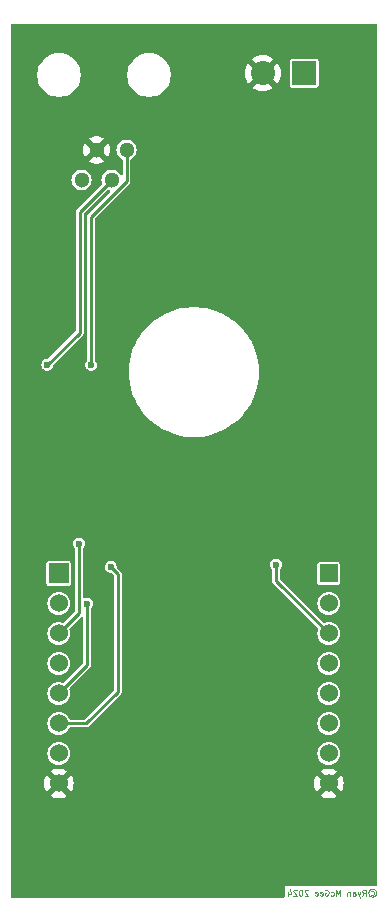
<source format=gbr>
%TF.GenerationSoftware,KiCad,Pcbnew,8.0.6*%
%TF.CreationDate,2024-10-28T22:07:04-04:00*%
%TF.ProjectId,VexQwiic,56657851-7769-4696-932e-6b696361645f,rev?*%
%TF.SameCoordinates,Original*%
%TF.FileFunction,Copper,L2,Bot*%
%TF.FilePolarity,Positive*%
%FSLAX46Y46*%
G04 Gerber Fmt 4.6, Leading zero omitted, Abs format (unit mm)*
G04 Created by KiCad (PCBNEW 8.0.6) date 2024-10-28 22:07:04*
%MOMM*%
%LPD*%
G01*
G04 APERTURE LIST*
%ADD10C,0.100000*%
%TA.AperFunction,NonConductor*%
%ADD11C,0.100000*%
%TD*%
%TA.AperFunction,ComponentPad*%
%ADD12C,1.300000*%
%TD*%
%TA.AperFunction,ComponentPad*%
%ADD13R,1.676400X1.676400*%
%TD*%
%TA.AperFunction,ComponentPad*%
%ADD14C,1.524000*%
%TD*%
%TA.AperFunction,ComponentPad*%
%ADD15R,1.524000X1.524000*%
%TD*%
%TA.AperFunction,ComponentPad*%
%ADD16R,2.032000X2.032000*%
%TD*%
%TA.AperFunction,ComponentPad*%
%ADD17C,2.032000*%
%TD*%
%TA.AperFunction,ViaPad*%
%ADD18C,0.600000*%
%TD*%
%TA.AperFunction,Conductor*%
%ADD19C,0.250000*%
%TD*%
G04 APERTURE END LIST*
D10*
D11*
X164510401Y-123952657D02*
X164558020Y-123928847D01*
X164558020Y-123928847D02*
X164653258Y-123928847D01*
X164653258Y-123928847D02*
X164700877Y-123952657D01*
X164700877Y-123952657D02*
X164748496Y-124000276D01*
X164748496Y-124000276D02*
X164772306Y-124047895D01*
X164772306Y-124047895D02*
X164772306Y-124143133D01*
X164772306Y-124143133D02*
X164748496Y-124190752D01*
X164748496Y-124190752D02*
X164700877Y-124238371D01*
X164700877Y-124238371D02*
X164653258Y-124262180D01*
X164653258Y-124262180D02*
X164558020Y-124262180D01*
X164558020Y-124262180D02*
X164510401Y-124238371D01*
X164605639Y-123762180D02*
X164724687Y-123785990D01*
X164724687Y-123785990D02*
X164843734Y-123857419D01*
X164843734Y-123857419D02*
X164915163Y-123976466D01*
X164915163Y-123976466D02*
X164938972Y-124095514D01*
X164938972Y-124095514D02*
X164915163Y-124214561D01*
X164915163Y-124214561D02*
X164843734Y-124333609D01*
X164843734Y-124333609D02*
X164724687Y-124405038D01*
X164724687Y-124405038D02*
X164605639Y-124428847D01*
X164605639Y-124428847D02*
X164486591Y-124405038D01*
X164486591Y-124405038D02*
X164367544Y-124333609D01*
X164367544Y-124333609D02*
X164296115Y-124214561D01*
X164296115Y-124214561D02*
X164272306Y-124095514D01*
X164272306Y-124095514D02*
X164296115Y-123976466D01*
X164296115Y-123976466D02*
X164367544Y-123857419D01*
X164367544Y-123857419D02*
X164486591Y-123785990D01*
X164486591Y-123785990D02*
X164605639Y-123762180D01*
X163772306Y-124333609D02*
X163938972Y-124095514D01*
X164058020Y-124333609D02*
X164058020Y-123833609D01*
X164058020Y-123833609D02*
X163867544Y-123833609D01*
X163867544Y-123833609D02*
X163819925Y-123857419D01*
X163819925Y-123857419D02*
X163796115Y-123881228D01*
X163796115Y-123881228D02*
X163772306Y-123928847D01*
X163772306Y-123928847D02*
X163772306Y-124000276D01*
X163772306Y-124000276D02*
X163796115Y-124047895D01*
X163796115Y-124047895D02*
X163819925Y-124071704D01*
X163819925Y-124071704D02*
X163867544Y-124095514D01*
X163867544Y-124095514D02*
X164058020Y-124095514D01*
X163605639Y-124000276D02*
X163486591Y-124333609D01*
X163367544Y-124000276D02*
X163486591Y-124333609D01*
X163486591Y-124333609D02*
X163534210Y-124452657D01*
X163534210Y-124452657D02*
X163558020Y-124476466D01*
X163558020Y-124476466D02*
X163605639Y-124500276D01*
X162962782Y-124333609D02*
X162962782Y-124071704D01*
X162962782Y-124071704D02*
X162986592Y-124024085D01*
X162986592Y-124024085D02*
X163034211Y-124000276D01*
X163034211Y-124000276D02*
X163129449Y-124000276D01*
X163129449Y-124000276D02*
X163177068Y-124024085D01*
X162962782Y-124309800D02*
X163010401Y-124333609D01*
X163010401Y-124333609D02*
X163129449Y-124333609D01*
X163129449Y-124333609D02*
X163177068Y-124309800D01*
X163177068Y-124309800D02*
X163200877Y-124262180D01*
X163200877Y-124262180D02*
X163200877Y-124214561D01*
X163200877Y-124214561D02*
X163177068Y-124166942D01*
X163177068Y-124166942D02*
X163129449Y-124143133D01*
X163129449Y-124143133D02*
X163010401Y-124143133D01*
X163010401Y-124143133D02*
X162962782Y-124119323D01*
X162724687Y-124000276D02*
X162724687Y-124333609D01*
X162724687Y-124047895D02*
X162700877Y-124024085D01*
X162700877Y-124024085D02*
X162653258Y-124000276D01*
X162653258Y-124000276D02*
X162581830Y-124000276D01*
X162581830Y-124000276D02*
X162534211Y-124024085D01*
X162534211Y-124024085D02*
X162510401Y-124071704D01*
X162510401Y-124071704D02*
X162510401Y-124333609D01*
X161891354Y-124333609D02*
X161891354Y-123833609D01*
X161891354Y-123833609D02*
X161724687Y-124190752D01*
X161724687Y-124190752D02*
X161558021Y-123833609D01*
X161558021Y-123833609D02*
X161558021Y-124333609D01*
X161105639Y-124309800D02*
X161153258Y-124333609D01*
X161153258Y-124333609D02*
X161248496Y-124333609D01*
X161248496Y-124333609D02*
X161296115Y-124309800D01*
X161296115Y-124309800D02*
X161319925Y-124285990D01*
X161319925Y-124285990D02*
X161343734Y-124238371D01*
X161343734Y-124238371D02*
X161343734Y-124095514D01*
X161343734Y-124095514D02*
X161319925Y-124047895D01*
X161319925Y-124047895D02*
X161296115Y-124024085D01*
X161296115Y-124024085D02*
X161248496Y-124000276D01*
X161248496Y-124000276D02*
X161153258Y-124000276D01*
X161153258Y-124000276D02*
X161105639Y-124024085D01*
X160629449Y-123857419D02*
X160677068Y-123833609D01*
X160677068Y-123833609D02*
X160748497Y-123833609D01*
X160748497Y-123833609D02*
X160819925Y-123857419D01*
X160819925Y-123857419D02*
X160867544Y-123905038D01*
X160867544Y-123905038D02*
X160891354Y-123952657D01*
X160891354Y-123952657D02*
X160915163Y-124047895D01*
X160915163Y-124047895D02*
X160915163Y-124119323D01*
X160915163Y-124119323D02*
X160891354Y-124214561D01*
X160891354Y-124214561D02*
X160867544Y-124262180D01*
X160867544Y-124262180D02*
X160819925Y-124309800D01*
X160819925Y-124309800D02*
X160748497Y-124333609D01*
X160748497Y-124333609D02*
X160700878Y-124333609D01*
X160700878Y-124333609D02*
X160629449Y-124309800D01*
X160629449Y-124309800D02*
X160605640Y-124285990D01*
X160605640Y-124285990D02*
X160605640Y-124119323D01*
X160605640Y-124119323D02*
X160700878Y-124119323D01*
X160200878Y-124309800D02*
X160248497Y-124333609D01*
X160248497Y-124333609D02*
X160343735Y-124333609D01*
X160343735Y-124333609D02*
X160391354Y-124309800D01*
X160391354Y-124309800D02*
X160415163Y-124262180D01*
X160415163Y-124262180D02*
X160415163Y-124071704D01*
X160415163Y-124071704D02*
X160391354Y-124024085D01*
X160391354Y-124024085D02*
X160343735Y-124000276D01*
X160343735Y-124000276D02*
X160248497Y-124000276D01*
X160248497Y-124000276D02*
X160200878Y-124024085D01*
X160200878Y-124024085D02*
X160177068Y-124071704D01*
X160177068Y-124071704D02*
X160177068Y-124119323D01*
X160177068Y-124119323D02*
X160415163Y-124166942D01*
X159772307Y-124309800D02*
X159819926Y-124333609D01*
X159819926Y-124333609D02*
X159915164Y-124333609D01*
X159915164Y-124333609D02*
X159962783Y-124309800D01*
X159962783Y-124309800D02*
X159986592Y-124262180D01*
X159986592Y-124262180D02*
X159986592Y-124071704D01*
X159986592Y-124071704D02*
X159962783Y-124024085D01*
X159962783Y-124024085D02*
X159915164Y-124000276D01*
X159915164Y-124000276D02*
X159819926Y-124000276D01*
X159819926Y-124000276D02*
X159772307Y-124024085D01*
X159772307Y-124024085D02*
X159748497Y-124071704D01*
X159748497Y-124071704D02*
X159748497Y-124119323D01*
X159748497Y-124119323D02*
X159986592Y-124166942D01*
X159177069Y-123881228D02*
X159153260Y-123857419D01*
X159153260Y-123857419D02*
X159105641Y-123833609D01*
X159105641Y-123833609D02*
X158986593Y-123833609D01*
X158986593Y-123833609D02*
X158938974Y-123857419D01*
X158938974Y-123857419D02*
X158915165Y-123881228D01*
X158915165Y-123881228D02*
X158891355Y-123928847D01*
X158891355Y-123928847D02*
X158891355Y-123976466D01*
X158891355Y-123976466D02*
X158915165Y-124047895D01*
X158915165Y-124047895D02*
X159200879Y-124333609D01*
X159200879Y-124333609D02*
X158891355Y-124333609D01*
X158581832Y-123833609D02*
X158534213Y-123833609D01*
X158534213Y-123833609D02*
X158486594Y-123857419D01*
X158486594Y-123857419D02*
X158462784Y-123881228D01*
X158462784Y-123881228D02*
X158438975Y-123928847D01*
X158438975Y-123928847D02*
X158415165Y-124024085D01*
X158415165Y-124024085D02*
X158415165Y-124143133D01*
X158415165Y-124143133D02*
X158438975Y-124238371D01*
X158438975Y-124238371D02*
X158462784Y-124285990D01*
X158462784Y-124285990D02*
X158486594Y-124309800D01*
X158486594Y-124309800D02*
X158534213Y-124333609D01*
X158534213Y-124333609D02*
X158581832Y-124333609D01*
X158581832Y-124333609D02*
X158629451Y-124309800D01*
X158629451Y-124309800D02*
X158653260Y-124285990D01*
X158653260Y-124285990D02*
X158677070Y-124238371D01*
X158677070Y-124238371D02*
X158700879Y-124143133D01*
X158700879Y-124143133D02*
X158700879Y-124024085D01*
X158700879Y-124024085D02*
X158677070Y-123928847D01*
X158677070Y-123928847D02*
X158653260Y-123881228D01*
X158653260Y-123881228D02*
X158629451Y-123857419D01*
X158629451Y-123857419D02*
X158581832Y-123833609D01*
X158224689Y-123881228D02*
X158200880Y-123857419D01*
X158200880Y-123857419D02*
X158153261Y-123833609D01*
X158153261Y-123833609D02*
X158034213Y-123833609D01*
X158034213Y-123833609D02*
X157986594Y-123857419D01*
X157986594Y-123857419D02*
X157962785Y-123881228D01*
X157962785Y-123881228D02*
X157938975Y-123928847D01*
X157938975Y-123928847D02*
X157938975Y-123976466D01*
X157938975Y-123976466D02*
X157962785Y-124047895D01*
X157962785Y-124047895D02*
X158248499Y-124333609D01*
X158248499Y-124333609D02*
X157938975Y-124333609D01*
X157510404Y-124000276D02*
X157510404Y-124333609D01*
X157629452Y-123809800D02*
X157748499Y-124166942D01*
X157748499Y-124166942D02*
X157438976Y-124166942D01*
D12*
%TO.P,CONN1,1,DA*%
%TO.N,/RJ9_DA*%
X143805000Y-61200000D03*
%TO.P,CONN1,2,DB*%
%TO.N,/RJ9_DB*%
X142535000Y-63740000D03*
%TO.P,CONN1,3,GND*%
%TO.N,GND*%
X141265000Y-61200000D03*
%TO.P,CONN1,4,+12V*%
%TO.N,+12V*%
X139995000Y-63740000D03*
%TD*%
D13*
%TO.P,CON1,P1,AN*%
%TO.N,/MKBUS_AN*%
X138065306Y-97058858D03*
D14*
%TO.P,CON1,P2,RST*%
%TO.N,/MKBUS_RST*%
X138065306Y-99598858D03*
%TO.P,CON1,P3,CS*%
%TO.N,/MKBUS_CS*%
X138065306Y-102138858D03*
%TO.P,CON1,P4,SCK*%
%TO.N,/MKBUS_SCK*%
X138065306Y-104678858D03*
%TO.P,CON1,P5,MISO*%
%TO.N,/MKBUS_MISO*%
X138065306Y-107218858D03*
%TO.P,CON1,P6,MOSI*%
%TO.N,/MKBUS_MOSI*%
X138065306Y-109758858D03*
%TO.P,CON1,P7,3V3*%
%TO.N,+3.3V*%
X138065306Y-112298858D03*
%TO.P,CON1,P8,GND1*%
%TO.N,GND*%
X138065306Y-114838858D03*
%TO.P,CON1,P9,GND2*%
X160925306Y-114838858D03*
%TO.P,CON1,P10,5V*%
%TO.N,+5V*%
X160925306Y-112298858D03*
%TO.P,CON1,P11,SDA*%
%TO.N,/MKBUS_SDA*%
X160925306Y-109758858D03*
%TO.P,CON1,P12,SCL*%
%TO.N,/MKBUS_SCL*%
X160925306Y-107218858D03*
%TO.P,CON1,P13,TX*%
%TO.N,/MKBUS_TX*%
X160925306Y-104678858D03*
%TO.P,CON1,P14,RX*%
%TO.N,/MKBUS_RX*%
X160925306Y-102138858D03*
%TO.P,CON1,P15,INT*%
%TO.N,/MKBUS_INT*%
X160925306Y-99598858D03*
D15*
%TO.P,CON1,P16,PWM*%
%TO.N,/MKBUS_PWM*%
X160925306Y-97058858D03*
%TD*%
D16*
%TO.P,J1,1,Pin_1*%
%TO.N,+5V*%
X158850000Y-54700000D03*
D17*
%TO.P,J1,2,Pin_2*%
%TO.N,GND*%
X155350000Y-54700000D03*
%TD*%
D18*
%TO.N,GND*%
X135950000Y-66550000D03*
X143754972Y-71000000D03*
X147000000Y-68175000D03*
X157200000Y-66800000D03*
X142000000Y-82100000D03*
X137488770Y-71160326D03*
%TO.N,/RJ9_DB*%
X137100000Y-79400000D03*
%TO.N,/RJ9_DA*%
X140800000Y-79400000D03*
%TO.N,/MKBUS_MISO*%
X140466228Y-99618000D03*
%TO.N,/MKBUS_CS*%
X139773689Y-94538000D03*
%TO.N,/MKBUS_MOSI*%
X142466228Y-96500000D03*
%TO.N,/MKBUS_RX*%
X156466228Y-96300000D03*
%TD*%
D19*
%TO.N,/RJ9_DB*%
X139841930Y-66433070D02*
X142535000Y-63740000D01*
X139841930Y-76658070D02*
X139841930Y-66433070D01*
X137100000Y-79400000D02*
X139841930Y-76658070D01*
%TO.N,/RJ9_DA*%
X140800000Y-79400000D02*
X140800000Y-66853859D01*
X140800000Y-66853859D02*
X143805000Y-63848859D01*
X143805000Y-63848859D02*
X143805000Y-61200000D01*
%TO.N,/MKBUS_MISO*%
X140466228Y-99618000D02*
X140466228Y-104817936D01*
X140466228Y-104817936D02*
X138065306Y-107218858D01*
%TO.N,/MKBUS_CS*%
X139766228Y-100437936D02*
X138065306Y-102138858D01*
X139773689Y-94538000D02*
X139766228Y-94545461D01*
X139766228Y-94545461D02*
X139766228Y-100437936D01*
%TO.N,/MKBUS_MOSI*%
X142466228Y-96500000D02*
X143066228Y-97100000D01*
X140407370Y-109758858D02*
X138065306Y-109758858D01*
X143066228Y-107100000D02*
X140407370Y-109758858D01*
X143066228Y-97100000D02*
X143066228Y-107100000D01*
%TO.N,/MKBUS_RX*%
X156466228Y-97679780D02*
X160925306Y-102138858D01*
X156466228Y-96300000D02*
X156466228Y-97679780D01*
%TD*%
%TA.AperFunction,Conductor*%
%TO.N,GND*%
G36*
X164942539Y-50520185D02*
G01*
X164988294Y-50572989D01*
X164999500Y-50624500D01*
X164999500Y-123379686D01*
X164979815Y-123446725D01*
X164927011Y-123492480D01*
X164875500Y-123503686D01*
X157183476Y-123503686D01*
X157183476Y-124375500D01*
X157163791Y-124442539D01*
X157110987Y-124488294D01*
X157059476Y-124499500D01*
X134124500Y-124499500D01*
X134057461Y-124479815D01*
X134011706Y-124427011D01*
X134000500Y-124375500D01*
X134000500Y-114838857D01*
X136798485Y-114838857D01*
X136798485Y-114838858D01*
X136817730Y-115058834D01*
X136817732Y-115058844D01*
X136874881Y-115272128D01*
X136874886Y-115272142D01*
X136968204Y-115472263D01*
X136968207Y-115472269D01*
X137013564Y-115537045D01*
X137013565Y-115537046D01*
X137627658Y-114922952D01*
X137651098Y-115010429D01*
X137709617Y-115111788D01*
X137792376Y-115194547D01*
X137893735Y-115253066D01*
X137981211Y-115276505D01*
X137367116Y-115890598D01*
X137431896Y-115935957D01*
X137431898Y-115935958D01*
X137632021Y-116029277D01*
X137632035Y-116029282D01*
X137845319Y-116086431D01*
X137845329Y-116086433D01*
X138065305Y-116105679D01*
X138065307Y-116105679D01*
X138285282Y-116086433D01*
X138285292Y-116086431D01*
X138498576Y-116029282D01*
X138498590Y-116029277D01*
X138698713Y-115935958D01*
X138698723Y-115935952D01*
X138763494Y-115890599D01*
X138149401Y-115276505D01*
X138236877Y-115253066D01*
X138338236Y-115194547D01*
X138420995Y-115111788D01*
X138479514Y-115010429D01*
X138502953Y-114922952D01*
X139117047Y-115537046D01*
X139162400Y-115472275D01*
X139162406Y-115472265D01*
X139255725Y-115272142D01*
X139255730Y-115272128D01*
X139312879Y-115058844D01*
X139312881Y-115058834D01*
X139332127Y-114838858D01*
X139332127Y-114838857D01*
X159658485Y-114838857D01*
X159658485Y-114838858D01*
X159677730Y-115058834D01*
X159677732Y-115058844D01*
X159734881Y-115272128D01*
X159734886Y-115272142D01*
X159828204Y-115472263D01*
X159828207Y-115472269D01*
X159873564Y-115537045D01*
X159873565Y-115537046D01*
X160487658Y-114922952D01*
X160511098Y-115010429D01*
X160569617Y-115111788D01*
X160652376Y-115194547D01*
X160753735Y-115253066D01*
X160841211Y-115276505D01*
X160227116Y-115890598D01*
X160291896Y-115935957D01*
X160291898Y-115935958D01*
X160492021Y-116029277D01*
X160492035Y-116029282D01*
X160705319Y-116086431D01*
X160705329Y-116086433D01*
X160925305Y-116105679D01*
X160925307Y-116105679D01*
X161145282Y-116086433D01*
X161145292Y-116086431D01*
X161358576Y-116029282D01*
X161358590Y-116029277D01*
X161558713Y-115935958D01*
X161558723Y-115935952D01*
X161623494Y-115890599D01*
X161009401Y-115276505D01*
X161096877Y-115253066D01*
X161198236Y-115194547D01*
X161280995Y-115111788D01*
X161339514Y-115010429D01*
X161362953Y-114922952D01*
X161977047Y-115537046D01*
X162022400Y-115472275D01*
X162022406Y-115472265D01*
X162115725Y-115272142D01*
X162115730Y-115272128D01*
X162172879Y-115058844D01*
X162172881Y-115058834D01*
X162192127Y-114838858D01*
X162192127Y-114838857D01*
X162172881Y-114618881D01*
X162172879Y-114618871D01*
X162115730Y-114405587D01*
X162115726Y-114405578D01*
X162022402Y-114205444D01*
X161977047Y-114140669D01*
X161977046Y-114140668D01*
X161362953Y-114754762D01*
X161339514Y-114667287D01*
X161280995Y-114565928D01*
X161198236Y-114483169D01*
X161096877Y-114424650D01*
X161009401Y-114401210D01*
X161623494Y-113787117D01*
X161623493Y-113787116D01*
X161558717Y-113741759D01*
X161558711Y-113741756D01*
X161358590Y-113648438D01*
X161358576Y-113648433D01*
X161145292Y-113591284D01*
X161145282Y-113591282D01*
X160925307Y-113572037D01*
X160925305Y-113572037D01*
X160705329Y-113591282D01*
X160705319Y-113591284D01*
X160492035Y-113648433D01*
X160492026Y-113648437D01*
X160291896Y-113741759D01*
X160227117Y-113787116D01*
X160841211Y-114401210D01*
X160753735Y-114424650D01*
X160652376Y-114483169D01*
X160569617Y-114565928D01*
X160511098Y-114667287D01*
X160487658Y-114754762D01*
X159873564Y-114140669D01*
X159828207Y-114205448D01*
X159734885Y-114405578D01*
X159734881Y-114405587D01*
X159677732Y-114618871D01*
X159677730Y-114618881D01*
X159658485Y-114838857D01*
X139332127Y-114838857D01*
X139312881Y-114618881D01*
X139312879Y-114618871D01*
X139255730Y-114405587D01*
X139255726Y-114405578D01*
X139162402Y-114205444D01*
X139117047Y-114140669D01*
X139117046Y-114140668D01*
X138502953Y-114754762D01*
X138479514Y-114667287D01*
X138420995Y-114565928D01*
X138338236Y-114483169D01*
X138236877Y-114424650D01*
X138149401Y-114401210D01*
X138763494Y-113787117D01*
X138763493Y-113787116D01*
X138698717Y-113741759D01*
X138698711Y-113741756D01*
X138498590Y-113648438D01*
X138498576Y-113648433D01*
X138285292Y-113591284D01*
X138285282Y-113591282D01*
X138065307Y-113572037D01*
X138065305Y-113572037D01*
X137845329Y-113591282D01*
X137845319Y-113591284D01*
X137632035Y-113648433D01*
X137632026Y-113648437D01*
X137431896Y-113741759D01*
X137367117Y-113787116D01*
X137981211Y-114401210D01*
X137893735Y-114424650D01*
X137792376Y-114483169D01*
X137709617Y-114565928D01*
X137651098Y-114667287D01*
X137627658Y-114754763D01*
X137013564Y-114140669D01*
X136968207Y-114205448D01*
X136874885Y-114405578D01*
X136874881Y-114405587D01*
X136817732Y-114618871D01*
X136817730Y-114618881D01*
X136798485Y-114838857D01*
X134000500Y-114838857D01*
X134000500Y-112298858D01*
X137098149Y-112298858D01*
X137116732Y-112487539D01*
X137116733Y-112487541D01*
X137171769Y-112668973D01*
X137171770Y-112668976D01*
X137171771Y-112668977D01*
X137171772Y-112668980D01*
X137261140Y-112836176D01*
X137261144Y-112836183D01*
X137381422Y-112982741D01*
X137527980Y-113103019D01*
X137527987Y-113103023D01*
X137695183Y-113192391D01*
X137695184Y-113192391D01*
X137695191Y-113192395D01*
X137876623Y-113247431D01*
X137876622Y-113247431D01*
X137893539Y-113249097D01*
X138065306Y-113266015D01*
X138253989Y-113247431D01*
X138435421Y-113192395D01*
X138602630Y-113103020D01*
X138749189Y-112982741D01*
X138869468Y-112836182D01*
X138958843Y-112668973D01*
X139013879Y-112487541D01*
X139032463Y-112298858D01*
X159958149Y-112298858D01*
X159976732Y-112487539D01*
X159976733Y-112487541D01*
X160031769Y-112668973D01*
X160031770Y-112668976D01*
X160031771Y-112668977D01*
X160031772Y-112668980D01*
X160121140Y-112836176D01*
X160121144Y-112836183D01*
X160241422Y-112982741D01*
X160387980Y-113103019D01*
X160387987Y-113103023D01*
X160555183Y-113192391D01*
X160555184Y-113192391D01*
X160555191Y-113192395D01*
X160736623Y-113247431D01*
X160736622Y-113247431D01*
X160753539Y-113249097D01*
X160925306Y-113266015D01*
X161113989Y-113247431D01*
X161295421Y-113192395D01*
X161462630Y-113103020D01*
X161609189Y-112982741D01*
X161729468Y-112836182D01*
X161818843Y-112668973D01*
X161873879Y-112487541D01*
X161892463Y-112298858D01*
X161873879Y-112110175D01*
X161818843Y-111928743D01*
X161729468Y-111761534D01*
X161729467Y-111761532D01*
X161609189Y-111614974D01*
X161462631Y-111494696D01*
X161462624Y-111494692D01*
X161295428Y-111405324D01*
X161295425Y-111405323D01*
X161295424Y-111405322D01*
X161295421Y-111405321D01*
X161113989Y-111350285D01*
X161113987Y-111350284D01*
X161113989Y-111350284D01*
X160925306Y-111331701D01*
X160736624Y-111350284D01*
X160629500Y-111382779D01*
X160555191Y-111405321D01*
X160555188Y-111405322D01*
X160555186Y-111405323D01*
X160555183Y-111405324D01*
X160387987Y-111494692D01*
X160387980Y-111494696D01*
X160241422Y-111614974D01*
X160121144Y-111761532D01*
X160121140Y-111761539D01*
X160031772Y-111928735D01*
X160031771Y-111928738D01*
X159976732Y-112110176D01*
X159958149Y-112298858D01*
X139032463Y-112298858D01*
X139013879Y-112110175D01*
X138958843Y-111928743D01*
X138869468Y-111761534D01*
X138869467Y-111761532D01*
X138749189Y-111614974D01*
X138602631Y-111494696D01*
X138602624Y-111494692D01*
X138435428Y-111405324D01*
X138435425Y-111405323D01*
X138435424Y-111405322D01*
X138435421Y-111405321D01*
X138253989Y-111350285D01*
X138253987Y-111350284D01*
X138253989Y-111350284D01*
X138065306Y-111331701D01*
X137876624Y-111350284D01*
X137769500Y-111382779D01*
X137695191Y-111405321D01*
X137695188Y-111405322D01*
X137695186Y-111405323D01*
X137695183Y-111405324D01*
X137527987Y-111494692D01*
X137527980Y-111494696D01*
X137381422Y-111614974D01*
X137261144Y-111761532D01*
X137261140Y-111761539D01*
X137171772Y-111928735D01*
X137171771Y-111928738D01*
X137116732Y-112110176D01*
X137098149Y-112298858D01*
X134000500Y-112298858D01*
X134000500Y-109758858D01*
X137098149Y-109758858D01*
X137116732Y-109947539D01*
X137116733Y-109947541D01*
X137171769Y-110128973D01*
X137171770Y-110128976D01*
X137171771Y-110128977D01*
X137171772Y-110128980D01*
X137261140Y-110296176D01*
X137261144Y-110296183D01*
X137381422Y-110442741D01*
X137527980Y-110563019D01*
X137527987Y-110563023D01*
X137695183Y-110652391D01*
X137695184Y-110652391D01*
X137695191Y-110652395D01*
X137876623Y-110707431D01*
X137876622Y-110707431D01*
X137893539Y-110709097D01*
X138065306Y-110726015D01*
X138253989Y-110707431D01*
X138435421Y-110652395D01*
X138602630Y-110563020D01*
X138749189Y-110442741D01*
X138869468Y-110296182D01*
X138947655Y-110149905D01*
X138996617Y-110100061D01*
X139057013Y-110084358D01*
X140450221Y-110084358D01*
X140450223Y-110084358D01*
X140533009Y-110062176D01*
X140607232Y-110019323D01*
X140867697Y-109758858D01*
X159958149Y-109758858D01*
X159976732Y-109947539D01*
X159976733Y-109947541D01*
X160031769Y-110128973D01*
X160031770Y-110128976D01*
X160031771Y-110128977D01*
X160031772Y-110128980D01*
X160121140Y-110296176D01*
X160121144Y-110296183D01*
X160241422Y-110442741D01*
X160387980Y-110563019D01*
X160387987Y-110563023D01*
X160555183Y-110652391D01*
X160555184Y-110652391D01*
X160555191Y-110652395D01*
X160736623Y-110707431D01*
X160736622Y-110707431D01*
X160753539Y-110709097D01*
X160925306Y-110726015D01*
X161113989Y-110707431D01*
X161295421Y-110652395D01*
X161462630Y-110563020D01*
X161609189Y-110442741D01*
X161729468Y-110296182D01*
X161818843Y-110128973D01*
X161873879Y-109947541D01*
X161892463Y-109758858D01*
X161873879Y-109570175D01*
X161818843Y-109388743D01*
X161729468Y-109221534D01*
X161729467Y-109221532D01*
X161609189Y-109074974D01*
X161462631Y-108954696D01*
X161462624Y-108954692D01*
X161295428Y-108865324D01*
X161295425Y-108865323D01*
X161295424Y-108865322D01*
X161295421Y-108865321D01*
X161113989Y-108810285D01*
X161113987Y-108810284D01*
X161113989Y-108810284D01*
X160925306Y-108791701D01*
X160736624Y-108810284D01*
X160629500Y-108842779D01*
X160555191Y-108865321D01*
X160555188Y-108865322D01*
X160555186Y-108865323D01*
X160555183Y-108865324D01*
X160387987Y-108954692D01*
X160387980Y-108954696D01*
X160241422Y-109074974D01*
X160121144Y-109221532D01*
X160121140Y-109221539D01*
X160031772Y-109388735D01*
X160031771Y-109388738D01*
X160031770Y-109388740D01*
X160031769Y-109388743D01*
X160009227Y-109463052D01*
X159976732Y-109570176D01*
X159958149Y-109758858D01*
X140867697Y-109758858D01*
X143326693Y-107299862D01*
X143369546Y-107225639D01*
X143371363Y-107218858D01*
X159958149Y-107218858D01*
X159976732Y-107407539D01*
X159976733Y-107407541D01*
X160031769Y-107588973D01*
X160031770Y-107588976D01*
X160031771Y-107588977D01*
X160031772Y-107588980D01*
X160121140Y-107756176D01*
X160121144Y-107756183D01*
X160241422Y-107902741D01*
X160387980Y-108023019D01*
X160387987Y-108023023D01*
X160555183Y-108112391D01*
X160555184Y-108112391D01*
X160555191Y-108112395D01*
X160736623Y-108167431D01*
X160736622Y-108167431D01*
X160753539Y-108169097D01*
X160925306Y-108186015D01*
X161113989Y-108167431D01*
X161295421Y-108112395D01*
X161462630Y-108023020D01*
X161609189Y-107902741D01*
X161729468Y-107756182D01*
X161818843Y-107588973D01*
X161873879Y-107407541D01*
X161892463Y-107218858D01*
X161873879Y-107030175D01*
X161818843Y-106848743D01*
X161729468Y-106681534D01*
X161729467Y-106681532D01*
X161609189Y-106534974D01*
X161462631Y-106414696D01*
X161462624Y-106414692D01*
X161295428Y-106325324D01*
X161295425Y-106325323D01*
X161295424Y-106325322D01*
X161295421Y-106325321D01*
X161113989Y-106270285D01*
X161113987Y-106270284D01*
X161113989Y-106270284D01*
X160925306Y-106251701D01*
X160736624Y-106270284D01*
X160629500Y-106302779D01*
X160555191Y-106325321D01*
X160555188Y-106325322D01*
X160555186Y-106325323D01*
X160555183Y-106325324D01*
X160387987Y-106414692D01*
X160387980Y-106414696D01*
X160241422Y-106534974D01*
X160121144Y-106681532D01*
X160121140Y-106681539D01*
X160031772Y-106848735D01*
X160031771Y-106848738D01*
X160031770Y-106848740D01*
X160031769Y-106848743D01*
X160012031Y-106913811D01*
X159976732Y-107030176D01*
X159958149Y-107218858D01*
X143371363Y-107218858D01*
X143391728Y-107142853D01*
X143391728Y-107057147D01*
X143391728Y-104678858D01*
X159958149Y-104678858D01*
X159976732Y-104867539D01*
X159976733Y-104867541D01*
X160031769Y-105048973D01*
X160031770Y-105048976D01*
X160031771Y-105048977D01*
X160031772Y-105048980D01*
X160121140Y-105216176D01*
X160121144Y-105216183D01*
X160241422Y-105362741D01*
X160387980Y-105483019D01*
X160387987Y-105483023D01*
X160555183Y-105572391D01*
X160555184Y-105572391D01*
X160555191Y-105572395D01*
X160736623Y-105627431D01*
X160736622Y-105627431D01*
X160753539Y-105629097D01*
X160925306Y-105646015D01*
X161113989Y-105627431D01*
X161295421Y-105572395D01*
X161462630Y-105483020D01*
X161609189Y-105362741D01*
X161729468Y-105216182D01*
X161818843Y-105048973D01*
X161873879Y-104867541D01*
X161892463Y-104678858D01*
X161873879Y-104490175D01*
X161818843Y-104308743D01*
X161729468Y-104141534D01*
X161729467Y-104141532D01*
X161609189Y-103994974D01*
X161462631Y-103874696D01*
X161462624Y-103874692D01*
X161295428Y-103785324D01*
X161295425Y-103785323D01*
X161295424Y-103785322D01*
X161295421Y-103785321D01*
X161113989Y-103730285D01*
X161113987Y-103730284D01*
X161113989Y-103730284D01*
X160925306Y-103711701D01*
X160736624Y-103730284D01*
X160629500Y-103762779D01*
X160555191Y-103785321D01*
X160555188Y-103785322D01*
X160555186Y-103785323D01*
X160555183Y-103785324D01*
X160387987Y-103874692D01*
X160387980Y-103874696D01*
X160241422Y-103994974D01*
X160121144Y-104141532D01*
X160121140Y-104141539D01*
X160031772Y-104308735D01*
X160031771Y-104308738D01*
X159976732Y-104490176D01*
X159958149Y-104678858D01*
X143391728Y-104678858D01*
X143391728Y-97057147D01*
X143369546Y-96974362D01*
X143369546Y-96974361D01*
X143326693Y-96900138D01*
X143008194Y-96581639D01*
X142974709Y-96520316D01*
X142973463Y-96508732D01*
X142973137Y-96508779D01*
X142963601Y-96442456D01*
X142951393Y-96357543D01*
X142925114Y-96300000D01*
X155960581Y-96300000D01*
X155981062Y-96442456D01*
X156016620Y-96520316D01*
X156040851Y-96573373D01*
X156110441Y-96653685D01*
X156139466Y-96717240D01*
X156140728Y-96734887D01*
X156140728Y-97722632D01*
X156162910Y-97805420D01*
X156183225Y-97840606D01*
X156205763Y-97879642D01*
X156205765Y-97879644D01*
X159993899Y-101667778D01*
X160027384Y-101729101D01*
X160024879Y-101791453D01*
X159976732Y-101950175D01*
X159958149Y-102138858D01*
X159976732Y-102327539D01*
X159976733Y-102327541D01*
X160031769Y-102508973D01*
X160031770Y-102508976D01*
X160031771Y-102508977D01*
X160031772Y-102508980D01*
X160121140Y-102676176D01*
X160121144Y-102676183D01*
X160241422Y-102822741D01*
X160387980Y-102943019D01*
X160387987Y-102943023D01*
X160555183Y-103032391D01*
X160555184Y-103032391D01*
X160555191Y-103032395D01*
X160736623Y-103087431D01*
X160736622Y-103087431D01*
X160753539Y-103089097D01*
X160925306Y-103106015D01*
X161113989Y-103087431D01*
X161295421Y-103032395D01*
X161462630Y-102943020D01*
X161609189Y-102822741D01*
X161729468Y-102676182D01*
X161818843Y-102508973D01*
X161873879Y-102327541D01*
X161892463Y-102138858D01*
X161873879Y-101950175D01*
X161818843Y-101768743D01*
X161729468Y-101601534D01*
X161729467Y-101601532D01*
X161609189Y-101454974D01*
X161462631Y-101334696D01*
X161462624Y-101334692D01*
X161295428Y-101245324D01*
X161295425Y-101245323D01*
X161295424Y-101245322D01*
X161295421Y-101245321D01*
X161113989Y-101190285D01*
X161113987Y-101190284D01*
X161113989Y-101190284D01*
X160925306Y-101171701D01*
X160736623Y-101190284D01*
X160577901Y-101238431D01*
X160508034Y-101239054D01*
X160454226Y-101207451D01*
X158845633Y-99598858D01*
X159958149Y-99598858D01*
X159976732Y-99787539D01*
X159976733Y-99787541D01*
X160031769Y-99968973D01*
X160031770Y-99968976D01*
X160031771Y-99968977D01*
X160031772Y-99968980D01*
X160121140Y-100136176D01*
X160121144Y-100136183D01*
X160241422Y-100282741D01*
X160387980Y-100403019D01*
X160387987Y-100403023D01*
X160555183Y-100492391D01*
X160555184Y-100492391D01*
X160555191Y-100492395D01*
X160736623Y-100547431D01*
X160736622Y-100547431D01*
X160753539Y-100549097D01*
X160925306Y-100566015D01*
X161113989Y-100547431D01*
X161295421Y-100492395D01*
X161462630Y-100403020D01*
X161609189Y-100282741D01*
X161729468Y-100136182D01*
X161818843Y-99968973D01*
X161873879Y-99787541D01*
X161892463Y-99598858D01*
X161873879Y-99410175D01*
X161818843Y-99228743D01*
X161781920Y-99159665D01*
X161729471Y-99061539D01*
X161729467Y-99061532D01*
X161609189Y-98914974D01*
X161462631Y-98794696D01*
X161462624Y-98794692D01*
X161295428Y-98705324D01*
X161295425Y-98705323D01*
X161295424Y-98705322D01*
X161295421Y-98705321D01*
X161113989Y-98650285D01*
X161113987Y-98650284D01*
X161113989Y-98650284D01*
X160925306Y-98631701D01*
X160736624Y-98650284D01*
X160629500Y-98682779D01*
X160555191Y-98705321D01*
X160555188Y-98705322D01*
X160555186Y-98705323D01*
X160555183Y-98705324D01*
X160387987Y-98794692D01*
X160387980Y-98794696D01*
X160241422Y-98914974D01*
X160121144Y-99061532D01*
X160121140Y-99061539D01*
X160031772Y-99228735D01*
X160031771Y-99228738D01*
X160031770Y-99228740D01*
X160031769Y-99228743D01*
X160029611Y-99235857D01*
X159976732Y-99410176D01*
X159958149Y-99598858D01*
X158845633Y-99598858D01*
X156828047Y-97581272D01*
X156794562Y-97519949D01*
X156791728Y-97493591D01*
X156791728Y-96734887D01*
X156811413Y-96667848D01*
X156822010Y-96653689D01*
X156891605Y-96573373D01*
X156951393Y-96442457D01*
X156971875Y-96300000D01*
X156968583Y-96277105D01*
X159962806Y-96277105D01*
X159962806Y-97840610D01*
X159974437Y-97899087D01*
X159974438Y-97899088D01*
X160018753Y-97965410D01*
X160085075Y-98009725D01*
X160085076Y-98009726D01*
X160143553Y-98021357D01*
X160143556Y-98021358D01*
X160143558Y-98021358D01*
X161707056Y-98021358D01*
X161707057Y-98021357D01*
X161721874Y-98018410D01*
X161765535Y-98009726D01*
X161765535Y-98009725D01*
X161765537Y-98009725D01*
X161831858Y-97965410D01*
X161876173Y-97899089D01*
X161876173Y-97899087D01*
X161876174Y-97899087D01*
X161887805Y-97840610D01*
X161887806Y-97840608D01*
X161887806Y-96277107D01*
X161887805Y-96277105D01*
X161876174Y-96218628D01*
X161876173Y-96218627D01*
X161831858Y-96152305D01*
X161765536Y-96107990D01*
X161765535Y-96107989D01*
X161707058Y-96096358D01*
X161707054Y-96096358D01*
X160143558Y-96096358D01*
X160143553Y-96096358D01*
X160085076Y-96107989D01*
X160085075Y-96107990D01*
X160018753Y-96152305D01*
X159974438Y-96218627D01*
X159974437Y-96218628D01*
X159962806Y-96277105D01*
X156968583Y-96277105D01*
X156951393Y-96157543D01*
X156891605Y-96026627D01*
X156797356Y-95917857D01*
X156676281Y-95840047D01*
X156676279Y-95840046D01*
X156676277Y-95840045D01*
X156676278Y-95840045D01*
X156538191Y-95799500D01*
X156538189Y-95799500D01*
X156394267Y-95799500D01*
X156394264Y-95799500D01*
X156256177Y-95840045D01*
X156135101Y-95917856D01*
X156040851Y-96026626D01*
X156040850Y-96026628D01*
X155981062Y-96157543D01*
X155960581Y-96300000D01*
X142925114Y-96300000D01*
X142891605Y-96226627D01*
X142797356Y-96117857D01*
X142676281Y-96040047D01*
X142676279Y-96040046D01*
X142676277Y-96040045D01*
X142676278Y-96040045D01*
X142538191Y-95999500D01*
X142538189Y-95999500D01*
X142394267Y-95999500D01*
X142394264Y-95999500D01*
X142256177Y-96040045D01*
X142135101Y-96117856D01*
X142040851Y-96226626D01*
X142040850Y-96226628D01*
X141981062Y-96357543D01*
X141960581Y-96500000D01*
X141981062Y-96642456D01*
X142023275Y-96734887D01*
X142040851Y-96773373D01*
X142135100Y-96882143D01*
X142256175Y-96959953D01*
X142256178Y-96959954D01*
X142256177Y-96959954D01*
X142394264Y-97000499D01*
X142394266Y-97000500D01*
X142394267Y-97000500D01*
X142455039Y-97000500D01*
X142522078Y-97020185D01*
X142542720Y-97036819D01*
X142704409Y-97198508D01*
X142737894Y-97259831D01*
X142740728Y-97286189D01*
X142740728Y-106913811D01*
X142721043Y-106980850D01*
X142704409Y-107001492D01*
X140308862Y-109397039D01*
X140247539Y-109430524D01*
X140221181Y-109433358D01*
X139057013Y-109433358D01*
X138989974Y-109413673D01*
X138947655Y-109367811D01*
X138869471Y-109221539D01*
X138869467Y-109221532D01*
X138749189Y-109074974D01*
X138602631Y-108954696D01*
X138602624Y-108954692D01*
X138435428Y-108865324D01*
X138435425Y-108865323D01*
X138435424Y-108865322D01*
X138435421Y-108865321D01*
X138253989Y-108810285D01*
X138253987Y-108810284D01*
X138253989Y-108810284D01*
X138065306Y-108791701D01*
X137876624Y-108810284D01*
X137769500Y-108842779D01*
X137695191Y-108865321D01*
X137695188Y-108865322D01*
X137695186Y-108865323D01*
X137695183Y-108865324D01*
X137527987Y-108954692D01*
X137527980Y-108954696D01*
X137381422Y-109074974D01*
X137261144Y-109221532D01*
X137261140Y-109221539D01*
X137171772Y-109388735D01*
X137171771Y-109388738D01*
X137171770Y-109388740D01*
X137171769Y-109388743D01*
X137149227Y-109463052D01*
X137116732Y-109570176D01*
X137098149Y-109758858D01*
X134000500Y-109758858D01*
X134000500Y-104678858D01*
X137098149Y-104678858D01*
X137116732Y-104867539D01*
X137116733Y-104867541D01*
X137171769Y-105048973D01*
X137171770Y-105048976D01*
X137171771Y-105048977D01*
X137171772Y-105048980D01*
X137261140Y-105216176D01*
X137261144Y-105216183D01*
X137381422Y-105362741D01*
X137527980Y-105483019D01*
X137527987Y-105483023D01*
X137695183Y-105572391D01*
X137695184Y-105572391D01*
X137695191Y-105572395D01*
X137876623Y-105627431D01*
X137876622Y-105627431D01*
X137893539Y-105629097D01*
X138065306Y-105646015D01*
X138253989Y-105627431D01*
X138435421Y-105572395D01*
X138602630Y-105483020D01*
X138749189Y-105362741D01*
X138869468Y-105216182D01*
X138958843Y-105048973D01*
X139013879Y-104867541D01*
X139032463Y-104678858D01*
X139013879Y-104490175D01*
X138958843Y-104308743D01*
X138869468Y-104141534D01*
X138869467Y-104141532D01*
X138749189Y-103994974D01*
X138602631Y-103874696D01*
X138602624Y-103874692D01*
X138435428Y-103785324D01*
X138435425Y-103785323D01*
X138435424Y-103785322D01*
X138435421Y-103785321D01*
X138253989Y-103730285D01*
X138253987Y-103730284D01*
X138253989Y-103730284D01*
X138065306Y-103711701D01*
X137876624Y-103730284D01*
X137769500Y-103762779D01*
X137695191Y-103785321D01*
X137695188Y-103785322D01*
X137695186Y-103785323D01*
X137695183Y-103785324D01*
X137527987Y-103874692D01*
X137527980Y-103874696D01*
X137381422Y-103994974D01*
X137261144Y-104141532D01*
X137261140Y-104141539D01*
X137171772Y-104308735D01*
X137171771Y-104308738D01*
X137116732Y-104490176D01*
X137098149Y-104678858D01*
X134000500Y-104678858D01*
X134000500Y-102138858D01*
X137098149Y-102138858D01*
X137116732Y-102327539D01*
X137116733Y-102327541D01*
X137171769Y-102508973D01*
X137171770Y-102508976D01*
X137171771Y-102508977D01*
X137171772Y-102508980D01*
X137261140Y-102676176D01*
X137261144Y-102676183D01*
X137381422Y-102822741D01*
X137527980Y-102943019D01*
X137527987Y-102943023D01*
X137695183Y-103032391D01*
X137695184Y-103032391D01*
X137695191Y-103032395D01*
X137876623Y-103087431D01*
X137876622Y-103087431D01*
X137893539Y-103089097D01*
X138065306Y-103106015D01*
X138253989Y-103087431D01*
X138435421Y-103032395D01*
X138602630Y-102943020D01*
X138749189Y-102822741D01*
X138869468Y-102676182D01*
X138958843Y-102508973D01*
X139013879Y-102327541D01*
X139032463Y-102138858D01*
X139013879Y-101950175D01*
X138965730Y-101791449D01*
X138965108Y-101721588D01*
X138996709Y-101667780D01*
X139929049Y-100735441D01*
X139990370Y-100701958D01*
X140060062Y-100706942D01*
X140115995Y-100748814D01*
X140140412Y-100814278D01*
X140140728Y-100823124D01*
X140140728Y-104631746D01*
X140121043Y-104698785D01*
X140104409Y-104719427D01*
X138536384Y-106287451D01*
X138475061Y-106320936D01*
X138412708Y-106318431D01*
X138338708Y-106295983D01*
X138253989Y-106270285D01*
X138253987Y-106270284D01*
X138253989Y-106270284D01*
X138065306Y-106251701D01*
X137876624Y-106270284D01*
X137769500Y-106302779D01*
X137695191Y-106325321D01*
X137695188Y-106325322D01*
X137695186Y-106325323D01*
X137695183Y-106325324D01*
X137527987Y-106414692D01*
X137527980Y-106414696D01*
X137381422Y-106534974D01*
X137261144Y-106681532D01*
X137261140Y-106681539D01*
X137171772Y-106848735D01*
X137171771Y-106848738D01*
X137171770Y-106848740D01*
X137171769Y-106848743D01*
X137152031Y-106913811D01*
X137116732Y-107030176D01*
X137098149Y-107218858D01*
X137116732Y-107407539D01*
X137116733Y-107407541D01*
X137171769Y-107588973D01*
X137171770Y-107588976D01*
X137171771Y-107588977D01*
X137171772Y-107588980D01*
X137261140Y-107756176D01*
X137261144Y-107756183D01*
X137381422Y-107902741D01*
X137527980Y-108023019D01*
X137527987Y-108023023D01*
X137695183Y-108112391D01*
X137695184Y-108112391D01*
X137695191Y-108112395D01*
X137876623Y-108167431D01*
X137876622Y-108167431D01*
X137893539Y-108169097D01*
X138065306Y-108186015D01*
X138253989Y-108167431D01*
X138435421Y-108112395D01*
X138602630Y-108023020D01*
X138749189Y-107902741D01*
X138869468Y-107756182D01*
X138958843Y-107588973D01*
X139013879Y-107407541D01*
X139032463Y-107218858D01*
X139013879Y-107030175D01*
X138965730Y-106871449D01*
X138965108Y-106801588D01*
X138996709Y-106747780D01*
X140726693Y-105017798D01*
X140769545Y-104943575D01*
X140769546Y-104943574D01*
X140791728Y-104860789D01*
X140791728Y-100052887D01*
X140811413Y-99985848D01*
X140822010Y-99971689D01*
X140891605Y-99891373D01*
X140951393Y-99760457D01*
X140971875Y-99618000D01*
X140951393Y-99475543D01*
X140891605Y-99344627D01*
X140797356Y-99235857D01*
X140676281Y-99158047D01*
X140676279Y-99158046D01*
X140676277Y-99158045D01*
X140676278Y-99158045D01*
X140538191Y-99117500D01*
X140538189Y-99117500D01*
X140394267Y-99117500D01*
X140394264Y-99117500D01*
X140250662Y-99159665D01*
X140180793Y-99159665D01*
X140122015Y-99121890D01*
X140092990Y-99058335D01*
X140091728Y-99040688D01*
X140091728Y-94981498D01*
X140111413Y-94914459D01*
X140122015Y-94900296D01*
X140199063Y-94811377D01*
X140199063Y-94811375D01*
X140199066Y-94811373D01*
X140258854Y-94680457D01*
X140279336Y-94538000D01*
X140258854Y-94395543D01*
X140199066Y-94264627D01*
X140104817Y-94155857D01*
X139983742Y-94078047D01*
X139983740Y-94078046D01*
X139983738Y-94078045D01*
X139983739Y-94078045D01*
X139845652Y-94037500D01*
X139845650Y-94037500D01*
X139701728Y-94037500D01*
X139701725Y-94037500D01*
X139563638Y-94078045D01*
X139442562Y-94155856D01*
X139348312Y-94264626D01*
X139348311Y-94264628D01*
X139288523Y-94395543D01*
X139268042Y-94538000D01*
X139288523Y-94680456D01*
X139348311Y-94811371D01*
X139348312Y-94811373D01*
X139410441Y-94883074D01*
X139439466Y-94946629D01*
X139440728Y-94964276D01*
X139440728Y-100251746D01*
X139421043Y-100318785D01*
X139404409Y-100339427D01*
X138536384Y-101207451D01*
X138475061Y-101240936D01*
X138412708Y-101238431D01*
X138338708Y-101215983D01*
X138253989Y-101190285D01*
X138253987Y-101190284D01*
X138253989Y-101190284D01*
X138065306Y-101171701D01*
X137876624Y-101190284D01*
X137769500Y-101222779D01*
X137695191Y-101245321D01*
X137695188Y-101245322D01*
X137695186Y-101245323D01*
X137695183Y-101245324D01*
X137527987Y-101334692D01*
X137527980Y-101334696D01*
X137381422Y-101454974D01*
X137261144Y-101601532D01*
X137261140Y-101601539D01*
X137171772Y-101768735D01*
X137171771Y-101768738D01*
X137171770Y-101768740D01*
X137171769Y-101768743D01*
X137149227Y-101843052D01*
X137116732Y-101950176D01*
X137098149Y-102138858D01*
X134000500Y-102138858D01*
X134000500Y-99598858D01*
X137098149Y-99598858D01*
X137116732Y-99787539D01*
X137116733Y-99787541D01*
X137171769Y-99968973D01*
X137171770Y-99968976D01*
X137171771Y-99968977D01*
X137171772Y-99968980D01*
X137261140Y-100136176D01*
X137261144Y-100136183D01*
X137381422Y-100282741D01*
X137527980Y-100403019D01*
X137527987Y-100403023D01*
X137695183Y-100492391D01*
X137695184Y-100492391D01*
X137695191Y-100492395D01*
X137876623Y-100547431D01*
X137876622Y-100547431D01*
X137893539Y-100549097D01*
X138065306Y-100566015D01*
X138253989Y-100547431D01*
X138435421Y-100492395D01*
X138602630Y-100403020D01*
X138749189Y-100282741D01*
X138869468Y-100136182D01*
X138958843Y-99968973D01*
X139013879Y-99787541D01*
X139032463Y-99598858D01*
X139013879Y-99410175D01*
X138958843Y-99228743D01*
X138921920Y-99159665D01*
X138869471Y-99061539D01*
X138869467Y-99061532D01*
X138749189Y-98914974D01*
X138602631Y-98794696D01*
X138602624Y-98794692D01*
X138435428Y-98705324D01*
X138435425Y-98705323D01*
X138435424Y-98705322D01*
X138435421Y-98705321D01*
X138253989Y-98650285D01*
X138253987Y-98650284D01*
X138253989Y-98650284D01*
X138065306Y-98631701D01*
X137876624Y-98650284D01*
X137769500Y-98682779D01*
X137695191Y-98705321D01*
X137695188Y-98705322D01*
X137695186Y-98705323D01*
X137695183Y-98705324D01*
X137527987Y-98794692D01*
X137527980Y-98794696D01*
X137381422Y-98914974D01*
X137261144Y-99061532D01*
X137261140Y-99061539D01*
X137171772Y-99228735D01*
X137171771Y-99228738D01*
X137171770Y-99228740D01*
X137171769Y-99228743D01*
X137169611Y-99235857D01*
X137116732Y-99410176D01*
X137098149Y-99598858D01*
X134000500Y-99598858D01*
X134000500Y-96200905D01*
X137026606Y-96200905D01*
X137026606Y-97916810D01*
X137038237Y-97975287D01*
X137038238Y-97975288D01*
X137082553Y-98041610D01*
X137148875Y-98085925D01*
X137148876Y-98085926D01*
X137207353Y-98097557D01*
X137207356Y-98097558D01*
X137207358Y-98097558D01*
X138923256Y-98097558D01*
X138923257Y-98097557D01*
X138938074Y-98094610D01*
X138981735Y-98085926D01*
X138981735Y-98085925D01*
X138981737Y-98085925D01*
X139048058Y-98041610D01*
X139092373Y-97975289D01*
X139092373Y-97975287D01*
X139092374Y-97975287D01*
X139104005Y-97916810D01*
X139104006Y-97916808D01*
X139104006Y-96200907D01*
X139104005Y-96200905D01*
X139092374Y-96142428D01*
X139092373Y-96142427D01*
X139048058Y-96076105D01*
X138981736Y-96031790D01*
X138981735Y-96031789D01*
X138923258Y-96020158D01*
X138923254Y-96020158D01*
X137207358Y-96020158D01*
X137207353Y-96020158D01*
X137148876Y-96031789D01*
X137148875Y-96031790D01*
X137082553Y-96076105D01*
X137038238Y-96142427D01*
X137038237Y-96142428D01*
X137026606Y-96200905D01*
X134000500Y-96200905D01*
X134000500Y-79999993D01*
X143994539Y-79999993D01*
X143994539Y-80000006D01*
X144014370Y-80466882D01*
X144014372Y-80466896D01*
X144060457Y-80826781D01*
X144073730Y-80930426D01*
X144172184Y-81387255D01*
X144172186Y-81387263D01*
X144309025Y-81834090D01*
X144309027Y-81834095D01*
X144483262Y-82267695D01*
X144483266Y-82267706D01*
X144693645Y-82684967D01*
X144693655Y-82684985D01*
X144938672Y-83082919D01*
X144938675Y-83082923D01*
X145216557Y-83458645D01*
X145216563Y-83458653D01*
X145525297Y-83809440D01*
X145525310Y-83809453D01*
X145862677Y-84132794D01*
X145862681Y-84132797D01*
X146226270Y-84426375D01*
X146613447Y-84688060D01*
X146794768Y-84789352D01*
X147021411Y-84915963D01*
X147021433Y-84915974D01*
X147447247Y-85108455D01*
X147447252Y-85108457D01*
X147650332Y-85180209D01*
X147887876Y-85264139D01*
X148340113Y-85381892D01*
X148800708Y-85460869D01*
X148944850Y-85473137D01*
X149266323Y-85500499D01*
X149266340Y-85500499D01*
X149266342Y-85500500D01*
X149266343Y-85500500D01*
X149733657Y-85500500D01*
X149733658Y-85500500D01*
X149733659Y-85500499D01*
X149733676Y-85500499D01*
X150010812Y-85476910D01*
X150199292Y-85460869D01*
X150659887Y-85381892D01*
X151112124Y-85264139D01*
X151552747Y-85108457D01*
X151552752Y-85108455D01*
X151978566Y-84915974D01*
X151978568Y-84915972D01*
X151978579Y-84915968D01*
X152386553Y-84688060D01*
X152773730Y-84426375D01*
X153137319Y-84132797D01*
X153474701Y-83809442D01*
X153652296Y-83607655D01*
X153783436Y-83458653D01*
X153783442Y-83458645D01*
X153783446Y-83458641D01*
X154061328Y-83082919D01*
X154306345Y-82684985D01*
X154516733Y-82267706D01*
X154690975Y-81834088D01*
X154827816Y-81387255D01*
X154926270Y-80930427D01*
X154985628Y-80466896D01*
X155005461Y-80000000D01*
X155005461Y-79999993D01*
X154985629Y-79533117D01*
X154985628Y-79533111D01*
X154985628Y-79533104D01*
X154926270Y-79069573D01*
X154827816Y-78612745D01*
X154690975Y-78165912D01*
X154516733Y-77732294D01*
X154516733Y-77732293D01*
X154306354Y-77315032D01*
X154306343Y-77315012D01*
X154289985Y-77288445D01*
X154061328Y-76917081D01*
X153783446Y-76541359D01*
X153783442Y-76541354D01*
X153783436Y-76541346D01*
X153474702Y-76190559D01*
X153474689Y-76190546D01*
X153137322Y-75867205D01*
X152895894Y-75672266D01*
X152773730Y-75573625D01*
X152386553Y-75311940D01*
X152375835Y-75305953D01*
X151978588Y-75084036D01*
X151978566Y-75084025D01*
X151552752Y-74891544D01*
X151552747Y-74891542D01*
X151112119Y-74735859D01*
X150659885Y-74618107D01*
X150199302Y-74539132D01*
X150199276Y-74539129D01*
X149733676Y-74499500D01*
X149733658Y-74499500D01*
X149266342Y-74499500D01*
X149266323Y-74499500D01*
X148800723Y-74539129D01*
X148800697Y-74539132D01*
X148340114Y-74618107D01*
X147887880Y-74735859D01*
X147447252Y-74891542D01*
X147447247Y-74891544D01*
X147021433Y-75084025D01*
X147021411Y-75084036D01*
X146613455Y-75311935D01*
X146613436Y-75311947D01*
X146226275Y-75573621D01*
X145862677Y-75867205D01*
X145525310Y-76190546D01*
X145525297Y-76190559D01*
X145216563Y-76541346D01*
X145216557Y-76541354D01*
X144938675Y-76917076D01*
X144693656Y-77315012D01*
X144693645Y-77315032D01*
X144483266Y-77732293D01*
X144483262Y-77732304D01*
X144309027Y-78165904D01*
X144309025Y-78165909D01*
X144172186Y-78612736D01*
X144172184Y-78612744D01*
X144073730Y-79069573D01*
X144014370Y-79533117D01*
X143994539Y-79999993D01*
X134000500Y-79999993D01*
X134000500Y-79400000D01*
X136594353Y-79400000D01*
X136614834Y-79542456D01*
X136634190Y-79584839D01*
X136674623Y-79673373D01*
X136768872Y-79782143D01*
X136889947Y-79859953D01*
X136889950Y-79859954D01*
X136889949Y-79859954D01*
X137028036Y-79900499D01*
X137028038Y-79900500D01*
X137028039Y-79900500D01*
X137171962Y-79900500D01*
X137171962Y-79900499D01*
X137310053Y-79859953D01*
X137431128Y-79782143D01*
X137525377Y-79673373D01*
X137585165Y-79542457D01*
X137605647Y-79400000D01*
X137605646Y-79399999D01*
X137606909Y-79391222D01*
X137609872Y-79391648D01*
X137625332Y-79339001D01*
X137641961Y-79318364D01*
X140031582Y-76928742D01*
X140031587Y-76928739D01*
X140041790Y-76918535D01*
X140041792Y-76918535D01*
X140102395Y-76857932D01*
X140145248Y-76783708D01*
X140167431Y-76700923D01*
X140167431Y-76615217D01*
X140167431Y-76607622D01*
X140167430Y-76607604D01*
X140167430Y-66619258D01*
X140187115Y-66552219D01*
X140203744Y-66531582D01*
X142150029Y-64585296D01*
X142211350Y-64551813D01*
X142263848Y-64554460D01*
X142264376Y-64551978D01*
X142352048Y-64570613D01*
X142413530Y-64603805D01*
X142447306Y-64664968D01*
X142442654Y-64734683D01*
X142413948Y-64779584D01*
X140539537Y-66653994D01*
X140539535Y-66653997D01*
X140496680Y-66728221D01*
X140488550Y-66758569D01*
X140474500Y-66811004D01*
X140474500Y-78965112D01*
X140454815Y-79032151D01*
X140444213Y-79046314D01*
X140374625Y-79126622D01*
X140374622Y-79126628D01*
X140314834Y-79257543D01*
X140294353Y-79400000D01*
X140314834Y-79542456D01*
X140334190Y-79584839D01*
X140374623Y-79673373D01*
X140468872Y-79782143D01*
X140589947Y-79859953D01*
X140589950Y-79859954D01*
X140589949Y-79859954D01*
X140728036Y-79900499D01*
X140728038Y-79900500D01*
X140728039Y-79900500D01*
X140871962Y-79900500D01*
X140871962Y-79900499D01*
X141010053Y-79859953D01*
X141131128Y-79782143D01*
X141225377Y-79673373D01*
X141285165Y-79542457D01*
X141305647Y-79400000D01*
X141285165Y-79257543D01*
X141225377Y-79126627D01*
X141225375Y-79126625D01*
X141225374Y-79126622D01*
X141155787Y-79046314D01*
X141126762Y-78982758D01*
X141125500Y-78965112D01*
X141125500Y-67040046D01*
X141145185Y-66973007D01*
X141161814Y-66952370D01*
X143994652Y-64119531D01*
X143994657Y-64119528D01*
X144004860Y-64109324D01*
X144004862Y-64109324D01*
X144065465Y-64048721D01*
X144086891Y-64011609D01*
X144108318Y-63974498D01*
X144130501Y-63891712D01*
X144130501Y-63806006D01*
X144130501Y-63798411D01*
X144130500Y-63798393D01*
X144130500Y-62066593D01*
X144150185Y-61999554D01*
X144202989Y-61953799D01*
X144204007Y-61953338D01*
X144232593Y-61940612D01*
X144377230Y-61835526D01*
X144496859Y-61702665D01*
X144586250Y-61547835D01*
X144641497Y-61377803D01*
X144660185Y-61200000D01*
X144641497Y-61022197D01*
X144586250Y-60852165D01*
X144496859Y-60697335D01*
X144450003Y-60645296D01*
X144377235Y-60564478D01*
X144377232Y-60564476D01*
X144377231Y-60564475D01*
X144377230Y-60564474D01*
X144232593Y-60459388D01*
X144069267Y-60386671D01*
X144069265Y-60386670D01*
X143941594Y-60359533D01*
X143894391Y-60349500D01*
X143715609Y-60349500D01*
X143684954Y-60356015D01*
X143540733Y-60386670D01*
X143540728Y-60386672D01*
X143377408Y-60459387D01*
X143232768Y-60564475D01*
X143113140Y-60697336D01*
X143023750Y-60852164D01*
X143023747Y-60852170D01*
X142968504Y-61022192D01*
X142968503Y-61022194D01*
X142949815Y-61200000D01*
X142968503Y-61377805D01*
X142968504Y-61377807D01*
X143023747Y-61547829D01*
X143023750Y-61547835D01*
X143113141Y-61702665D01*
X143154812Y-61748946D01*
X143232764Y-61835521D01*
X143232767Y-61835523D01*
X143232770Y-61835526D01*
X143377407Y-61940612D01*
X143405933Y-61953312D01*
X143459171Y-61998561D01*
X143479494Y-62065410D01*
X143479500Y-62066593D01*
X143479500Y-63212147D01*
X143459815Y-63279186D01*
X143407011Y-63324941D01*
X143337853Y-63334885D01*
X143274297Y-63305860D01*
X143248113Y-63274147D01*
X143226860Y-63237336D01*
X143107235Y-63104478D01*
X143107232Y-63104476D01*
X143107231Y-63104475D01*
X143107230Y-63104474D01*
X142962593Y-62999388D01*
X142799267Y-62926671D01*
X142799265Y-62926670D01*
X142671594Y-62899533D01*
X142624391Y-62889500D01*
X142445609Y-62889500D01*
X142414954Y-62896015D01*
X142270733Y-62926670D01*
X142270728Y-62926672D01*
X142107408Y-62999387D01*
X141962768Y-63104475D01*
X141843140Y-63237336D01*
X141753750Y-63392164D01*
X141753747Y-63392170D01*
X141698504Y-63562192D01*
X141698503Y-63562194D01*
X141679815Y-63740000D01*
X141698503Y-63917805D01*
X141698504Y-63917807D01*
X141723668Y-63995254D01*
X141725663Y-64065096D01*
X141693418Y-64121253D01*
X139581467Y-66233205D01*
X139581463Y-66233211D01*
X139538611Y-66307431D01*
X139538612Y-66307432D01*
X139516430Y-66390217D01*
X139516430Y-76471881D01*
X139496745Y-76538920D01*
X139480111Y-76559562D01*
X137176492Y-78863181D01*
X137115169Y-78896666D01*
X137088811Y-78899500D01*
X137028036Y-78899500D01*
X136889949Y-78940045D01*
X136768873Y-79017856D01*
X136674623Y-79126626D01*
X136674622Y-79126628D01*
X136614834Y-79257543D01*
X136594353Y-79400000D01*
X134000500Y-79400000D01*
X134000500Y-63740000D01*
X139139815Y-63740000D01*
X139158503Y-63917805D01*
X139158504Y-63917807D01*
X139213747Y-64087829D01*
X139213750Y-64087835D01*
X139303141Y-64242665D01*
X139344812Y-64288946D01*
X139422764Y-64375521D01*
X139422767Y-64375523D01*
X139422770Y-64375526D01*
X139567407Y-64480612D01*
X139730733Y-64553329D01*
X139905609Y-64590500D01*
X139905610Y-64590500D01*
X140084389Y-64590500D01*
X140084391Y-64590500D01*
X140259267Y-64553329D01*
X140422593Y-64480612D01*
X140567230Y-64375526D01*
X140686859Y-64242665D01*
X140776250Y-64087835D01*
X140831497Y-63917803D01*
X140850185Y-63740000D01*
X140831497Y-63562197D01*
X140776250Y-63392165D01*
X140686859Y-63237335D01*
X140640003Y-63185296D01*
X140567235Y-63104478D01*
X140567232Y-63104476D01*
X140567231Y-63104475D01*
X140567230Y-63104474D01*
X140422593Y-62999388D01*
X140259267Y-62926671D01*
X140259265Y-62926670D01*
X140131594Y-62899533D01*
X140084391Y-62889500D01*
X139905609Y-62889500D01*
X139874954Y-62896015D01*
X139730733Y-62926670D01*
X139730728Y-62926672D01*
X139567408Y-62999387D01*
X139422768Y-63104475D01*
X139303140Y-63237336D01*
X139213750Y-63392164D01*
X139213747Y-63392170D01*
X139158504Y-63562192D01*
X139158503Y-63562194D01*
X139139815Y-63740000D01*
X134000500Y-63740000D01*
X134000500Y-61199999D01*
X140110073Y-61199999D01*
X140110073Y-61200000D01*
X140129737Y-61412216D01*
X140129738Y-61412219D01*
X140188058Y-61617196D01*
X140188064Y-61617211D01*
X140283061Y-61807991D01*
X140283064Y-61807996D01*
X140291836Y-61819610D01*
X140822861Y-61288584D01*
X140845667Y-61373694D01*
X140904910Y-61476306D01*
X140988694Y-61560090D01*
X141091306Y-61619333D01*
X141176414Y-61642137D01*
X140647991Y-62170559D01*
X140750204Y-62233847D01*
X140750208Y-62233849D01*
X140948936Y-62310836D01*
X140948941Y-62310837D01*
X141158439Y-62350000D01*
X141371561Y-62350000D01*
X141581058Y-62310837D01*
X141581063Y-62310836D01*
X141779791Y-62233849D01*
X141779798Y-62233846D01*
X141882006Y-62170560D01*
X141882006Y-62170559D01*
X141353585Y-61642137D01*
X141438694Y-61619333D01*
X141541306Y-61560090D01*
X141625090Y-61476306D01*
X141684333Y-61373694D01*
X141707138Y-61288585D01*
X142238162Y-61819609D01*
X142238163Y-61819609D01*
X142246940Y-61807988D01*
X142246942Y-61807985D01*
X142341933Y-61617216D01*
X142341941Y-61617196D01*
X142400261Y-61412219D01*
X142400262Y-61412216D01*
X142419927Y-61200000D01*
X142419927Y-61199999D01*
X142400262Y-60987783D01*
X142400261Y-60987780D01*
X142341941Y-60782803D01*
X142341933Y-60782783D01*
X142246942Y-60592014D01*
X142246937Y-60592006D01*
X142238163Y-60580389D01*
X141707137Y-61111414D01*
X141684333Y-61026306D01*
X141625090Y-60923694D01*
X141541306Y-60839910D01*
X141438694Y-60780667D01*
X141353585Y-60757862D01*
X141882007Y-60229439D01*
X141779793Y-60166151D01*
X141779789Y-60166149D01*
X141581063Y-60089163D01*
X141581058Y-60089162D01*
X141371561Y-60050000D01*
X141158439Y-60050000D01*
X140948941Y-60089162D01*
X140948936Y-60089163D01*
X140750210Y-60166149D01*
X140750201Y-60166154D01*
X140647992Y-60229438D01*
X140647991Y-60229439D01*
X141176414Y-60757861D01*
X141091306Y-60780667D01*
X140988694Y-60839910D01*
X140904910Y-60923694D01*
X140845667Y-61026306D01*
X140822862Y-61111414D01*
X140291836Y-60580388D01*
X140283059Y-60592010D01*
X140188066Y-60782783D01*
X140188058Y-60782803D01*
X140129738Y-60987780D01*
X140129737Y-60987783D01*
X140110073Y-61199999D01*
X134000500Y-61199999D01*
X134000500Y-54728711D01*
X136239500Y-54728711D01*
X136239500Y-54971288D01*
X136271161Y-55211785D01*
X136333947Y-55446104D01*
X136426773Y-55670205D01*
X136426776Y-55670212D01*
X136548064Y-55880289D01*
X136548066Y-55880292D01*
X136548067Y-55880293D01*
X136695733Y-56072736D01*
X136695739Y-56072743D01*
X136867256Y-56244260D01*
X136867262Y-56244265D01*
X137059711Y-56391936D01*
X137269788Y-56513224D01*
X137493900Y-56606054D01*
X137728211Y-56668838D01*
X137908586Y-56692584D01*
X137968711Y-56700500D01*
X137968712Y-56700500D01*
X138211289Y-56700500D01*
X138259388Y-56694167D01*
X138451789Y-56668838D01*
X138686100Y-56606054D01*
X138910212Y-56513224D01*
X139120289Y-56391936D01*
X139312738Y-56244265D01*
X139484265Y-56072738D01*
X139631936Y-55880289D01*
X139753224Y-55670212D01*
X139846054Y-55446100D01*
X139908838Y-55211789D01*
X139940500Y-54971288D01*
X139940500Y-54728712D01*
X139940500Y-54728711D01*
X143859500Y-54728711D01*
X143859500Y-54971288D01*
X143891161Y-55211785D01*
X143953947Y-55446104D01*
X144046773Y-55670205D01*
X144046776Y-55670212D01*
X144168064Y-55880289D01*
X144168066Y-55880292D01*
X144168067Y-55880293D01*
X144315733Y-56072736D01*
X144315739Y-56072743D01*
X144487256Y-56244260D01*
X144487262Y-56244265D01*
X144679711Y-56391936D01*
X144889788Y-56513224D01*
X145113900Y-56606054D01*
X145348211Y-56668838D01*
X145528586Y-56692584D01*
X145588711Y-56700500D01*
X145588712Y-56700500D01*
X145831289Y-56700500D01*
X145879388Y-56694167D01*
X146071789Y-56668838D01*
X146306100Y-56606054D01*
X146530212Y-56513224D01*
X146740289Y-56391936D01*
X146932738Y-56244265D01*
X147104265Y-56072738D01*
X147251936Y-55880289D01*
X147373224Y-55670212D01*
X147466054Y-55446100D01*
X147528838Y-55211789D01*
X147560500Y-54971288D01*
X147560500Y-54728712D01*
X147556720Y-54700000D01*
X153829312Y-54700000D01*
X153848033Y-54937883D01*
X153903742Y-55169925D01*
X153995056Y-55390378D01*
X154113229Y-55583217D01*
X154785387Y-54911059D01*
X154790889Y-54931591D01*
X154869881Y-55068408D01*
X154981592Y-55180119D01*
X155118409Y-55259111D01*
X155138940Y-55264612D01*
X154466781Y-55936769D01*
X154659621Y-56054943D01*
X154880075Y-56146257D01*
X154880072Y-56146257D01*
X155112116Y-56201966D01*
X155350000Y-56220687D01*
X155587883Y-56201966D01*
X155819925Y-56146257D01*
X156040378Y-56054943D01*
X156233217Y-55936770D01*
X156233217Y-55936769D01*
X155561059Y-55264612D01*
X155581591Y-55259111D01*
X155718408Y-55180119D01*
X155830119Y-55068408D01*
X155909111Y-54931591D01*
X155914612Y-54911059D01*
X156586769Y-55583217D01*
X156586770Y-55583217D01*
X156704943Y-55390378D01*
X156796257Y-55169925D01*
X156851966Y-54937883D01*
X156870687Y-54700000D01*
X156851966Y-54462116D01*
X156796257Y-54230074D01*
X156704943Y-54009621D01*
X156586769Y-53816781D01*
X155914612Y-54488939D01*
X155909111Y-54468409D01*
X155830119Y-54331592D01*
X155718408Y-54219881D01*
X155581591Y-54140889D01*
X155561059Y-54135387D01*
X156032199Y-53664247D01*
X157633500Y-53664247D01*
X157633500Y-55735752D01*
X157645131Y-55794229D01*
X157645132Y-55794230D01*
X157689447Y-55860552D01*
X157755769Y-55904867D01*
X157755770Y-55904868D01*
X157814247Y-55916499D01*
X157814250Y-55916500D01*
X157814252Y-55916500D01*
X159885750Y-55916500D01*
X159885751Y-55916499D01*
X159900568Y-55913552D01*
X159944229Y-55904868D01*
X159944229Y-55904867D01*
X159944231Y-55904867D01*
X160010552Y-55860552D01*
X160054867Y-55794231D01*
X160054867Y-55794229D01*
X160054868Y-55794229D01*
X160066499Y-55735752D01*
X160066500Y-55735750D01*
X160066500Y-53664249D01*
X160066499Y-53664247D01*
X160054868Y-53605770D01*
X160054867Y-53605769D01*
X160010552Y-53539447D01*
X159944230Y-53495132D01*
X159944229Y-53495131D01*
X159885752Y-53483500D01*
X159885748Y-53483500D01*
X157814252Y-53483500D01*
X157814247Y-53483500D01*
X157755770Y-53495131D01*
X157755769Y-53495132D01*
X157689447Y-53539447D01*
X157645132Y-53605769D01*
X157645131Y-53605770D01*
X157633500Y-53664247D01*
X156032199Y-53664247D01*
X156233217Y-53463229D01*
X156040378Y-53345056D01*
X155819924Y-53253742D01*
X155819927Y-53253742D01*
X155587883Y-53198033D01*
X155350000Y-53179312D01*
X155112116Y-53198033D01*
X154880074Y-53253742D01*
X154659621Y-53345056D01*
X154466781Y-53463229D01*
X155138940Y-54135387D01*
X155118409Y-54140889D01*
X154981592Y-54219881D01*
X154869881Y-54331592D01*
X154790889Y-54468409D01*
X154785387Y-54488939D01*
X154113229Y-53816781D01*
X153995056Y-54009621D01*
X153903742Y-54230074D01*
X153848033Y-54462116D01*
X153829312Y-54700000D01*
X147556720Y-54700000D01*
X147528838Y-54488211D01*
X147466054Y-54253900D01*
X147373224Y-54029788D01*
X147251936Y-53819711D01*
X147191018Y-53740321D01*
X147104266Y-53627263D01*
X147104260Y-53627256D01*
X146932743Y-53455739D01*
X146932736Y-53455733D01*
X146740293Y-53308067D01*
X146740292Y-53308066D01*
X146740289Y-53308064D01*
X146530212Y-53186776D01*
X146530205Y-53186773D01*
X146306104Y-53093947D01*
X146071785Y-53031161D01*
X145831289Y-52999500D01*
X145831288Y-52999500D01*
X145588712Y-52999500D01*
X145588711Y-52999500D01*
X145348214Y-53031161D01*
X145113895Y-53093947D01*
X144889794Y-53186773D01*
X144889785Y-53186777D01*
X144679706Y-53308067D01*
X144487263Y-53455733D01*
X144487256Y-53455739D01*
X144315739Y-53627256D01*
X144315733Y-53627263D01*
X144168067Y-53819706D01*
X144046777Y-54029785D01*
X144046773Y-54029794D01*
X143953947Y-54253895D01*
X143891161Y-54488214D01*
X143859500Y-54728711D01*
X139940500Y-54728711D01*
X139908838Y-54488211D01*
X139846054Y-54253900D01*
X139753224Y-54029788D01*
X139631936Y-53819711D01*
X139571018Y-53740321D01*
X139484266Y-53627263D01*
X139484260Y-53627256D01*
X139312743Y-53455739D01*
X139312736Y-53455733D01*
X139120293Y-53308067D01*
X139120292Y-53308066D01*
X139120289Y-53308064D01*
X138910212Y-53186776D01*
X138910205Y-53186773D01*
X138686104Y-53093947D01*
X138451785Y-53031161D01*
X138211289Y-52999500D01*
X138211288Y-52999500D01*
X137968712Y-52999500D01*
X137968711Y-52999500D01*
X137728214Y-53031161D01*
X137493895Y-53093947D01*
X137269794Y-53186773D01*
X137269785Y-53186777D01*
X137059706Y-53308067D01*
X136867263Y-53455733D01*
X136867256Y-53455739D01*
X136695739Y-53627256D01*
X136695733Y-53627263D01*
X136548067Y-53819706D01*
X136426777Y-54029785D01*
X136426773Y-54029794D01*
X136333947Y-54253895D01*
X136271161Y-54488214D01*
X136239500Y-54728711D01*
X134000500Y-54728711D01*
X134000500Y-50624500D01*
X134020185Y-50557461D01*
X134072989Y-50511706D01*
X134124500Y-50500500D01*
X164875500Y-50500500D01*
X164942539Y-50520185D01*
G37*
%TD.AperFunction*%
%TD*%
M02*

</source>
